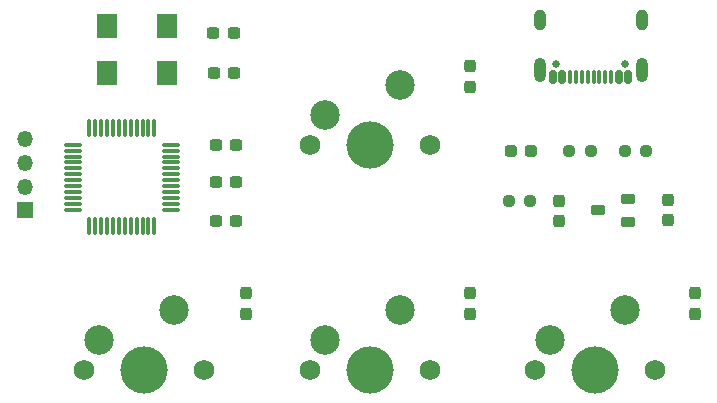
<source format=gbr>
%TF.GenerationSoftware,KiCad,Pcbnew,8.0.4-8.0.4-0~ubuntu20.04.1*%
%TF.CreationDate,2024-10-09T19:36:56+03:00*%
%TF.ProjectId,kbrd,6b627264-2e6b-4696-9361-645f70636258,rev?*%
%TF.SameCoordinates,Original*%
%TF.FileFunction,Soldermask,Top*%
%TF.FilePolarity,Negative*%
%FSLAX46Y46*%
G04 Gerber Fmt 4.6, Leading zero omitted, Abs format (unit mm)*
G04 Created by KiCad (PCBNEW 8.0.4-8.0.4-0~ubuntu20.04.1) date 2024-10-09 19:36:56*
%MOMM*%
%LPD*%
G01*
G04 APERTURE LIST*
G04 Aperture macros list*
%AMRoundRect*
0 Rectangle with rounded corners*
0 $1 Rounding radius*
0 $2 $3 $4 $5 $6 $7 $8 $9 X,Y pos of 4 corners*
0 Add a 4 corners polygon primitive as box body*
4,1,4,$2,$3,$4,$5,$6,$7,$8,$9,$2,$3,0*
0 Add four circle primitives for the rounded corners*
1,1,$1+$1,$2,$3*
1,1,$1+$1,$4,$5*
1,1,$1+$1,$6,$7*
1,1,$1+$1,$8,$9*
0 Add four rect primitives between the rounded corners*
20,1,$1+$1,$2,$3,$4,$5,0*
20,1,$1+$1,$4,$5,$6,$7,0*
20,1,$1+$1,$6,$7,$8,$9,0*
20,1,$1+$1,$8,$9,$2,$3,0*%
G04 Aperture macros list end*
%ADD10C,1.750000*%
%ADD11C,4.000000*%
%ADD12C,2.500000*%
%ADD13RoundRect,0.237500X-0.300000X-0.237500X0.300000X-0.237500X0.300000X0.237500X-0.300000X0.237500X0*%
%ADD14R,1.800000X2.000000*%
%ADD15RoundRect,0.237500X0.250000X0.237500X-0.250000X0.237500X-0.250000X-0.237500X0.250000X-0.237500X0*%
%ADD16RoundRect,0.237500X-0.237500X0.300000X-0.237500X-0.300000X0.237500X-0.300000X0.237500X0.300000X0*%
%ADD17RoundRect,0.237500X0.237500X-0.287500X0.237500X0.287500X-0.237500X0.287500X-0.237500X-0.287500X0*%
%ADD18RoundRect,0.102000X0.525000X0.300000X-0.525000X0.300000X-0.525000X-0.300000X0.525000X-0.300000X0*%
%ADD19RoundRect,0.237500X-0.287500X-0.237500X0.287500X-0.237500X0.287500X0.237500X-0.287500X0.237500X0*%
%ADD20RoundRect,0.237500X0.237500X-0.300000X0.237500X0.300000X-0.237500X0.300000X-0.237500X-0.300000X0*%
%ADD21R,1.350000X1.350000*%
%ADD22O,1.350000X1.350000*%
%ADD23RoundRect,0.075000X-0.662500X-0.075000X0.662500X-0.075000X0.662500X0.075000X-0.662500X0.075000X0*%
%ADD24RoundRect,0.075000X-0.075000X-0.662500X0.075000X-0.662500X0.075000X0.662500X-0.075000X0.662500X0*%
%ADD25C,0.650000*%
%ADD26RoundRect,0.150000X0.150000X0.425000X-0.150000X0.425000X-0.150000X-0.425000X0.150000X-0.425000X0*%
%ADD27RoundRect,0.075000X0.075000X0.500000X-0.075000X0.500000X-0.075000X-0.500000X0.075000X-0.500000X0*%
%ADD28O,1.000000X2.100000*%
%ADD29O,1.000000X1.800000*%
G04 APERTURE END LIST*
D10*
%TO.C,SW3*%
X149720000Y-104300000D03*
D11*
X154800000Y-104300000D03*
D10*
X159880000Y-104300000D03*
D12*
X150990000Y-101760000D03*
X157340000Y-99220000D03*
%TD*%
D10*
%TO.C,SW2*%
X130610000Y-104300000D03*
D11*
X135690000Y-104300000D03*
D10*
X140770000Y-104300000D03*
D12*
X131880000Y-101760000D03*
X138230000Y-99220000D03*
%TD*%
D13*
%TO.C,C4*%
X141737500Y-88400000D03*
X143462500Y-88400000D03*
%TD*%
D14*
%TO.C,Y1*%
X132520000Y-79200000D03*
X137600000Y-79200000D03*
X137600000Y-75200000D03*
X132520000Y-75200000D03*
%TD*%
D13*
%TO.C,C2*%
X141537500Y-75800000D03*
X143262500Y-75800000D03*
%TD*%
D15*
%TO.C,R1*%
X178187500Y-85800000D03*
X176362500Y-85800000D03*
%TD*%
D16*
%TO.C,C7*%
X180075000Y-89925000D03*
X180075000Y-91650000D03*
%TD*%
D15*
%TO.C,R3*%
X168387500Y-90000000D03*
X166562500Y-90000000D03*
%TD*%
%TO.C,R2*%
X173475000Y-85800000D03*
X171650000Y-85800000D03*
%TD*%
D17*
%TO.C,D3*%
X163300000Y-99550000D03*
X163300000Y-97800000D03*
%TD*%
%TO.C,D1*%
X163300000Y-80350000D03*
X163300000Y-78600000D03*
%TD*%
D18*
%TO.C,U2*%
X176675000Y-91750000D03*
X176675000Y-89850000D03*
X174075000Y-90800000D03*
%TD*%
D17*
%TO.C,D4*%
X182300000Y-99550000D03*
X182300000Y-97800000D03*
%TD*%
%TO.C,D2*%
X144300000Y-99550000D03*
X144300000Y-97800000D03*
%TD*%
D13*
%TO.C,C3*%
X141737500Y-85242500D03*
X143462500Y-85242500D03*
%TD*%
D19*
%TO.C,D5*%
X166725000Y-85800000D03*
X168475000Y-85800000D03*
%TD*%
D20*
%TO.C,C6*%
X170775000Y-91725000D03*
X170775000Y-90000000D03*
%TD*%
D10*
%TO.C,SW1*%
X149720000Y-85300000D03*
D11*
X154800000Y-85300000D03*
D10*
X159880000Y-85300000D03*
D12*
X150990000Y-82760000D03*
X157340000Y-80220000D03*
%TD*%
D10*
%TO.C,SW4*%
X168800000Y-104300000D03*
D11*
X173880000Y-104300000D03*
D10*
X178960000Y-104300000D03*
D12*
X170070000Y-101760000D03*
X176420000Y-99220000D03*
%TD*%
D21*
%TO.C,J2*%
X125600000Y-90800000D03*
D22*
X125600000Y-88800000D03*
X125600000Y-86800000D03*
X125600000Y-84800000D03*
%TD*%
D13*
%TO.C,C5*%
X141737500Y-91700000D03*
X143462500Y-91700000D03*
%TD*%
D23*
%TO.C,U1*%
X129637500Y-85250000D03*
X129637500Y-85750000D03*
X129637500Y-86250000D03*
X129637500Y-86750000D03*
X129637500Y-87250000D03*
X129637500Y-87750000D03*
X129637500Y-88250000D03*
X129637500Y-88750000D03*
X129637500Y-89250000D03*
X129637500Y-89750000D03*
X129637500Y-90250000D03*
X129637500Y-90750000D03*
D24*
X131050000Y-92162500D03*
X131550000Y-92162500D03*
X132050000Y-92162500D03*
X132550000Y-92162500D03*
X133050000Y-92162500D03*
X133550000Y-92162500D03*
X134050000Y-92162500D03*
X134550000Y-92162500D03*
X135050000Y-92162500D03*
X135550000Y-92162500D03*
X136050000Y-92162500D03*
X136550000Y-92162500D03*
D23*
X137962500Y-90750000D03*
X137962500Y-90250000D03*
X137962500Y-89750000D03*
X137962500Y-89250000D03*
X137962500Y-88750000D03*
X137962500Y-88250000D03*
X137962500Y-87750000D03*
X137962500Y-87250000D03*
X137962500Y-86750000D03*
X137962500Y-86250000D03*
X137962500Y-85750000D03*
X137962500Y-85250000D03*
D24*
X136550000Y-83837500D03*
X136050000Y-83837500D03*
X135550000Y-83837500D03*
X135050000Y-83837500D03*
X134550000Y-83837500D03*
X134050000Y-83837500D03*
X133550000Y-83837500D03*
X133050000Y-83837500D03*
X132550000Y-83837500D03*
X132050000Y-83837500D03*
X131550000Y-83837500D03*
X131050000Y-83837500D03*
%TD*%
D13*
%TO.C,C1*%
X141575000Y-79200000D03*
X143300000Y-79200000D03*
%TD*%
D25*
%TO.C,J1*%
X176370000Y-78400000D03*
X170590000Y-78400000D03*
D26*
X176680000Y-79475000D03*
X175880000Y-79475000D03*
D27*
X174730000Y-79475000D03*
X173730000Y-79475000D03*
X173230000Y-79475000D03*
X172230000Y-79475000D03*
D26*
X171080000Y-79475000D03*
X170280000Y-79475000D03*
X170280000Y-79475000D03*
X171080000Y-79475000D03*
D27*
X171730000Y-79475000D03*
X172730000Y-79475000D03*
X174230000Y-79475000D03*
X175230000Y-79475000D03*
D26*
X175880000Y-79475000D03*
X176680000Y-79475000D03*
D28*
X177800000Y-78900000D03*
D29*
X177800000Y-74720000D03*
D28*
X169160000Y-78900000D03*
D29*
X169160000Y-74720000D03*
%TD*%
M02*

</source>
